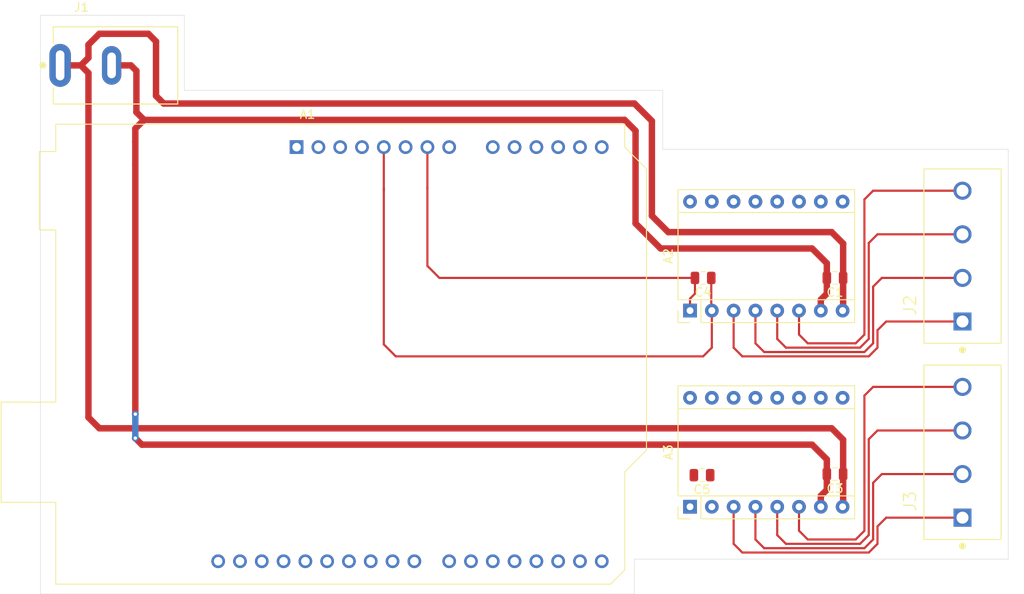
<source format=kicad_pcb>
(kicad_pcb (version 20171130) (host pcbnew "(5.1.10)-1")

  (general
    (thickness 1.6)
    (drawings 11)
    (tracks 127)
    (zones 0)
    (modules 10)
    (nets 53)
  )

  (page A4)
  (layers
    (0 F.Cu signal)
    (31 B.Cu signal)
    (32 B.Adhes user)
    (33 F.Adhes user)
    (34 B.Paste user)
    (35 F.Paste user)
    (36 B.SilkS user)
    (37 F.SilkS user)
    (38 B.Mask user)
    (39 F.Mask user)
    (40 Dwgs.User user)
    (41 Cmts.User user)
    (42 Eco1.User user)
    (43 Eco2.User user)
    (44 Edge.Cuts user)
    (45 Margin user)
    (46 B.CrtYd user)
    (47 F.CrtYd user)
    (48 B.Fab user)
    (49 F.Fab user)
  )

  (setup
    (last_trace_width 0.75)
    (user_trace_width 0.75)
    (trace_clearance 0.2)
    (zone_clearance 0.508)
    (zone_45_only no)
    (trace_min 0.2)
    (via_size 0.8)
    (via_drill 0.4)
    (via_min_size 0.4)
    (via_min_drill 0.3)
    (uvia_size 0.3)
    (uvia_drill 0.1)
    (uvias_allowed no)
    (uvia_min_size 0.2)
    (uvia_min_drill 0.1)
    (edge_width 0.05)
    (segment_width 0.2)
    (pcb_text_width 0.3)
    (pcb_text_size 1.5 1.5)
    (mod_edge_width 0.12)
    (mod_text_size 1 1)
    (mod_text_width 0.15)
    (pad_size 1.524 1.524)
    (pad_drill 0.762)
    (pad_to_mask_clearance 0)
    (aux_axis_origin 0 0)
    (visible_elements FFFFF77F)
    (pcbplotparams
      (layerselection 0x010fc_ffffffff)
      (usegerberextensions false)
      (usegerberattributes true)
      (usegerberadvancedattributes true)
      (creategerberjobfile true)
      (excludeedgelayer true)
      (linewidth 0.100000)
      (plotframeref false)
      (viasonmask false)
      (mode 1)
      (useauxorigin false)
      (hpglpennumber 1)
      (hpglpenspeed 20)
      (hpglpendiameter 15.000000)
      (psnegative false)
      (psa4output false)
      (plotreference true)
      (plotvalue true)
      (plotinvisibletext false)
      (padsonsilk false)
      (subtractmaskfromsilk false)
      (outputformat 1)
      (mirror false)
      (drillshape 1)
      (scaleselection 1)
      (outputdirectory ""))
  )

  (net 0 "")
  (net 1 "Net-(A1-Pad32)")
  (net 2 "Net-(A1-Pad31)")
  (net 3 "Net-(A1-Pad1)")
  (net 4 D2)
  (net 5 "Net-(A1-Pad2)")
  (net 6 D3)
  (net 7 "Net-(A1-Pad3)")
  (net 8 D4)
  (net 9 "Net-(A1-Pad4)")
  (net 10 D5)
  (net 11 Uno_5V)
  (net 12 "Net-(A1-Pad21)")
  (net 13 "Net-(A1-Pad6)")
  (net 14 "Net-(A1-Pad22)")
  (net 15 GND_Uno)
  (net 16 "Net-(A1-Pad23)")
  (net 17 "Net-(A1-Pad8)")
  (net 18 "Net-(A1-Pad24)")
  (net 19 "Net-(A1-Pad9)")
  (net 20 "Net-(A1-Pad25)")
  (net 21 "Net-(A1-Pad10)")
  (net 22 "Net-(A1-Pad26)")
  (net 23 "Net-(A1-Pad11)")
  (net 24 "Net-(A1-Pad27)")
  (net 25 "Net-(A1-Pad12)")
  (net 26 "Net-(A1-Pad28)")
  (net 27 "Net-(A1-Pad13)")
  (net 28 "Net-(A1-Pad29)")
  (net 29 "Net-(A1-Pad14)")
  (net 30 "Net-(A1-Pad30)")
  (net 31 "Net-(A1-Pad15)")
  (net 32 "Net-(A1-Pad16)")
  (net 33 GND_Barrel)
  (net 34 "Net-(A2-Pad13)")
  (net 35 "Net-(A2-Pad6)")
  (net 36 "Net-(A2-Pad5)")
  (net 37 "Net-(A2-Pad12)")
  (net 38 "Net-(A2-Pad4)")
  (net 39 "Net-(A2-Pad11)")
  (net 40 "Net-(A2-Pad3)")
  (net 41 "Net-(A2-Pad10)")
  (net 42 "Net-(A2-Pad9)")
  (net 43 "Net-(A3-Pad9)")
  (net 44 "Net-(A3-Pad10)")
  (net 45 "Net-(A3-Pad3)")
  (net 46 "Net-(A3-Pad11)")
  (net 47 "Net-(A3-Pad4)")
  (net 48 "Net-(A3-Pad12)")
  (net 49 "Net-(A3-Pad5)")
  (net 50 "Net-(A3-Pad13)")
  (net 51 "Net-(A3-Pad6)")
  (net 52 12V)

  (net_class Default "This is the default net class."
    (clearance 0.2)
    (trace_width 0.25)
    (via_dia 0.8)
    (via_drill 0.4)
    (uvia_dia 0.3)
    (uvia_drill 0.1)
    (add_net 12V)
    (add_net D2)
    (add_net D3)
    (add_net D4)
    (add_net D5)
    (add_net GND_Barrel)
    (add_net GND_Uno)
    (add_net "Net-(A1-Pad1)")
    (add_net "Net-(A1-Pad10)")
    (add_net "Net-(A1-Pad11)")
    (add_net "Net-(A1-Pad12)")
    (add_net "Net-(A1-Pad13)")
    (add_net "Net-(A1-Pad14)")
    (add_net "Net-(A1-Pad15)")
    (add_net "Net-(A1-Pad16)")
    (add_net "Net-(A1-Pad2)")
    (add_net "Net-(A1-Pad21)")
    (add_net "Net-(A1-Pad22)")
    (add_net "Net-(A1-Pad23)")
    (add_net "Net-(A1-Pad24)")
    (add_net "Net-(A1-Pad25)")
    (add_net "Net-(A1-Pad26)")
    (add_net "Net-(A1-Pad27)")
    (add_net "Net-(A1-Pad28)")
    (add_net "Net-(A1-Pad29)")
    (add_net "Net-(A1-Pad3)")
    (add_net "Net-(A1-Pad30)")
    (add_net "Net-(A1-Pad31)")
    (add_net "Net-(A1-Pad32)")
    (add_net "Net-(A1-Pad4)")
    (add_net "Net-(A1-Pad6)")
    (add_net "Net-(A1-Pad8)")
    (add_net "Net-(A1-Pad9)")
    (add_net "Net-(A2-Pad10)")
    (add_net "Net-(A2-Pad11)")
    (add_net "Net-(A2-Pad12)")
    (add_net "Net-(A2-Pad13)")
    (add_net "Net-(A2-Pad3)")
    (add_net "Net-(A2-Pad4)")
    (add_net "Net-(A2-Pad5)")
    (add_net "Net-(A2-Pad6)")
    (add_net "Net-(A2-Pad9)")
    (add_net "Net-(A3-Pad10)")
    (add_net "Net-(A3-Pad11)")
    (add_net "Net-(A3-Pad12)")
    (add_net "Net-(A3-Pad13)")
    (add_net "Net-(A3-Pad3)")
    (add_net "Net-(A3-Pad4)")
    (add_net "Net-(A3-Pad5)")
    (add_net "Net-(A3-Pad6)")
    (add_net "Net-(A3-Pad9)")
    (add_net Uno_5V)
  )

  (module Capacitor_SMD:C_0805_2012Metric (layer F.Cu) (tedit 5F68FEEE) (tstamp 61EE4D41)
    (at 188.087 127.127 180)
    (descr "Capacitor SMD 0805 (2012 Metric), square (rectangular) end terminal, IPC_7351 nominal, (Body size source: IPC-SM-782 page 76, https://www.pcb-3d.com/wordpress/wp-content/uploads/ipc-sm-782a_amendment_1_and_2.pdf, https://docs.google.com/spreadsheets/d/1BsfQQcO9C6DZCsRaXUlFlo91Tg2WpOkGARC1WS5S8t0/edit?usp=sharing), generated with kicad-footprint-generator")
    (tags capacitor)
    (path /61F38195)
    (attr smd)
    (fp_text reference C5 (at 0 -1.68) (layer F.SilkS)
      (effects (font (size 1 1) (thickness 0.15)))
    )
    (fp_text value 100uF (at 0 1.68) (layer F.Fab)
      (effects (font (size 1 1) (thickness 0.15)))
    )
    (fp_text user %R (at 0 0) (layer F.Fab)
      (effects (font (size 0.5 0.5) (thickness 0.08)))
    )
    (fp_line (start -1 0.625) (end -1 -0.625) (layer F.Fab) (width 0.1))
    (fp_line (start -1 -0.625) (end 1 -0.625) (layer F.Fab) (width 0.1))
    (fp_line (start 1 -0.625) (end 1 0.625) (layer F.Fab) (width 0.1))
    (fp_line (start 1 0.625) (end -1 0.625) (layer F.Fab) (width 0.1))
    (fp_line (start -0.261252 -0.735) (end 0.261252 -0.735) (layer F.SilkS) (width 0.12))
    (fp_line (start -0.261252 0.735) (end 0.261252 0.735) (layer F.SilkS) (width 0.12))
    (fp_line (start -1.7 0.98) (end -1.7 -0.98) (layer F.CrtYd) (width 0.05))
    (fp_line (start -1.7 -0.98) (end 1.7 -0.98) (layer F.CrtYd) (width 0.05))
    (fp_line (start 1.7 -0.98) (end 1.7 0.98) (layer F.CrtYd) (width 0.05))
    (fp_line (start 1.7 0.98) (end -1.7 0.98) (layer F.CrtYd) (width 0.05))
    (pad 2 smd roundrect (at 0.95 0 180) (size 1 1.45) (layers F.Cu F.Paste F.Mask) (roundrect_rratio 0.25)
      (net 15 GND_Uno))
    (pad 1 smd roundrect (at -0.95 0 180) (size 1 1.45) (layers F.Cu F.Paste F.Mask) (roundrect_rratio 0.25)
      (net 11 Uno_5V))
    (model ${KISYS3DMOD}/Capacitor_SMD.3dshapes/C_0805_2012Metric.wrl
      (at (xyz 0 0 0))
      (scale (xyz 1 1 1))
      (rotate (xyz 0 0 0))
    )
  )

  (module Capacitor_SMD:C_0805_2012Metric (layer F.Cu) (tedit 5F68FEEE) (tstamp 61EE4D30)
    (at 188.214 104.14 180)
    (descr "Capacitor SMD 0805 (2012 Metric), square (rectangular) end terminal, IPC_7351 nominal, (Body size source: IPC-SM-782 page 76, https://www.pcb-3d.com/wordpress/wp-content/uploads/ipc-sm-782a_amendment_1_and_2.pdf, https://docs.google.com/spreadsheets/d/1BsfQQcO9C6DZCsRaXUlFlo91Tg2WpOkGARC1WS5S8t0/edit?usp=sharing), generated with kicad-footprint-generator")
    (tags capacitor)
    (path /61F3818E)
    (attr smd)
    (fp_text reference C4 (at 0 -1.68) (layer F.SilkS)
      (effects (font (size 1 1) (thickness 0.15)))
    )
    (fp_text value 100uF (at 0 1.68) (layer F.Fab)
      (effects (font (size 1 1) (thickness 0.15)))
    )
    (fp_text user %R (at 0 0) (layer F.Fab)
      (effects (font (size 0.5 0.5) (thickness 0.08)))
    )
    (fp_line (start -1 0.625) (end -1 -0.625) (layer F.Fab) (width 0.1))
    (fp_line (start -1 -0.625) (end 1 -0.625) (layer F.Fab) (width 0.1))
    (fp_line (start 1 -0.625) (end 1 0.625) (layer F.Fab) (width 0.1))
    (fp_line (start 1 0.625) (end -1 0.625) (layer F.Fab) (width 0.1))
    (fp_line (start -0.261252 -0.735) (end 0.261252 -0.735) (layer F.SilkS) (width 0.12))
    (fp_line (start -0.261252 0.735) (end 0.261252 0.735) (layer F.SilkS) (width 0.12))
    (fp_line (start -1.7 0.98) (end -1.7 -0.98) (layer F.CrtYd) (width 0.05))
    (fp_line (start -1.7 -0.98) (end 1.7 -0.98) (layer F.CrtYd) (width 0.05))
    (fp_line (start 1.7 -0.98) (end 1.7 0.98) (layer F.CrtYd) (width 0.05))
    (fp_line (start 1.7 0.98) (end -1.7 0.98) (layer F.CrtYd) (width 0.05))
    (pad 2 smd roundrect (at 0.95 0 180) (size 1 1.45) (layers F.Cu F.Paste F.Mask) (roundrect_rratio 0.25)
      (net 15 GND_Uno))
    (pad 1 smd roundrect (at -0.95 0 180) (size 1 1.45) (layers F.Cu F.Paste F.Mask) (roundrect_rratio 0.25)
      (net 11 Uno_5V))
    (model ${KISYS3DMOD}/Capacitor_SMD.3dshapes/C_0805_2012Metric.wrl
      (at (xyz 0 0 0))
      (scale (xyz 1 1 1))
      (rotate (xyz 0 0 0))
    )
  )

  (module Capacitor_SMD:C_0805_2012Metric (layer F.Cu) (tedit 5F68FEEE) (tstamp 61EE4EAF)
    (at 203.581 127 180)
    (descr "Capacitor SMD 0805 (2012 Metric), square (rectangular) end terminal, IPC_7351 nominal, (Body size source: IPC-SM-782 page 76, https://www.pcb-3d.com/wordpress/wp-content/uploads/ipc-sm-782a_amendment_1_and_2.pdf, https://docs.google.com/spreadsheets/d/1BsfQQcO9C6DZCsRaXUlFlo91Tg2WpOkGARC1WS5S8t0/edit?usp=sharing), generated with kicad-footprint-generator")
    (tags capacitor)
    (path /61F2EB46)
    (attr smd)
    (fp_text reference C3 (at 0 -1.68) (layer F.SilkS)
      (effects (font (size 1 1) (thickness 0.15)))
    )
    (fp_text value 100uF (at 0 1.68) (layer F.Fab)
      (effects (font (size 1 1) (thickness 0.15)))
    )
    (fp_text user %R (at 0 0) (layer F.Fab)
      (effects (font (size 0.5 0.5) (thickness 0.08)))
    )
    (fp_line (start -1 0.625) (end -1 -0.625) (layer F.Fab) (width 0.1))
    (fp_line (start -1 -0.625) (end 1 -0.625) (layer F.Fab) (width 0.1))
    (fp_line (start 1 -0.625) (end 1 0.625) (layer F.Fab) (width 0.1))
    (fp_line (start 1 0.625) (end -1 0.625) (layer F.Fab) (width 0.1))
    (fp_line (start -0.261252 -0.735) (end 0.261252 -0.735) (layer F.SilkS) (width 0.12))
    (fp_line (start -0.261252 0.735) (end 0.261252 0.735) (layer F.SilkS) (width 0.12))
    (fp_line (start -1.7 0.98) (end -1.7 -0.98) (layer F.CrtYd) (width 0.05))
    (fp_line (start -1.7 -0.98) (end 1.7 -0.98) (layer F.CrtYd) (width 0.05))
    (fp_line (start 1.7 -0.98) (end 1.7 0.98) (layer F.CrtYd) (width 0.05))
    (fp_line (start 1.7 0.98) (end -1.7 0.98) (layer F.CrtYd) (width 0.05))
    (pad 2 smd roundrect (at 0.95 0 180) (size 1 1.45) (layers F.Cu F.Paste F.Mask) (roundrect_rratio 0.25)
      (net 33 GND_Barrel))
    (pad 1 smd roundrect (at -0.95 0 180) (size 1 1.45) (layers F.Cu F.Paste F.Mask) (roundrect_rratio 0.25)
      (net 52 12V))
    (model ${KISYS3DMOD}/Capacitor_SMD.3dshapes/C_0805_2012Metric.wrl
      (at (xyz 0 0 0))
      (scale (xyz 1 1 1))
      (rotate (xyz 0 0 0))
    )
  )

  (module Module:Arduino_UNO_R3 (layer F.Cu) (tedit 58AB60FC) (tstamp 61EE1E8D)
    (at 140.843 88.9)
    (descr "Arduino UNO R3, http://www.mouser.com/pdfdocs/Gravitech_Arduino_Nano3_0.pdf")
    (tags "Arduino UNO R3")
    (path /61ECBE52)
    (fp_text reference A1 (at 1.27 -3.81 180) (layer F.SilkS)
      (effects (font (size 1 1) (thickness 0.15)))
    )
    (fp_text value Arduino_UNO_R3 (at 0 22.86) (layer F.Fab)
      (effects (font (size 1 1) (thickness 0.15)))
    )
    (fp_line (start -27.94 -2.54) (end 38.1 -2.54) (layer F.Fab) (width 0.1))
    (fp_line (start -27.94 50.8) (end -27.94 -2.54) (layer F.Fab) (width 0.1))
    (fp_line (start 36.58 50.8) (end -27.94 50.8) (layer F.Fab) (width 0.1))
    (fp_line (start 38.1 49.28) (end 36.58 50.8) (layer F.Fab) (width 0.1))
    (fp_line (start 38.1 0) (end 40.64 2.54) (layer F.Fab) (width 0.1))
    (fp_line (start 38.1 -2.54) (end 38.1 0) (layer F.Fab) (width 0.1))
    (fp_line (start 40.64 35.31) (end 38.1 37.85) (layer F.Fab) (width 0.1))
    (fp_line (start 40.64 2.54) (end 40.64 35.31) (layer F.Fab) (width 0.1))
    (fp_line (start 38.1 37.85) (end 38.1 49.28) (layer F.Fab) (width 0.1))
    (fp_line (start -29.84 9.53) (end -29.84 0.64) (layer F.Fab) (width 0.1))
    (fp_line (start -16.51 9.53) (end -29.84 9.53) (layer F.Fab) (width 0.1))
    (fp_line (start -16.51 0.64) (end -16.51 9.53) (layer F.Fab) (width 0.1))
    (fp_line (start -29.84 0.64) (end -16.51 0.64) (layer F.Fab) (width 0.1))
    (fp_line (start -34.29 41.27) (end -34.29 29.84) (layer F.Fab) (width 0.1))
    (fp_line (start -18.41 41.27) (end -34.29 41.27) (layer F.Fab) (width 0.1))
    (fp_line (start -18.41 29.84) (end -18.41 41.27) (layer F.Fab) (width 0.1))
    (fp_line (start -34.29 29.84) (end -18.41 29.84) (layer F.Fab) (width 0.1))
    (fp_line (start 38.23 37.85) (end 40.77 35.31) (layer F.SilkS) (width 0.12))
    (fp_line (start 38.23 49.28) (end 38.23 37.85) (layer F.SilkS) (width 0.12))
    (fp_line (start 36.58 50.93) (end 38.23 49.28) (layer F.SilkS) (width 0.12))
    (fp_line (start -28.07 50.93) (end 36.58 50.93) (layer F.SilkS) (width 0.12))
    (fp_line (start -28.07 41.4) (end -28.07 50.93) (layer F.SilkS) (width 0.12))
    (fp_line (start -34.42 41.4) (end -28.07 41.4) (layer F.SilkS) (width 0.12))
    (fp_line (start -34.42 29.72) (end -34.42 41.4) (layer F.SilkS) (width 0.12))
    (fp_line (start -28.07 29.72) (end -34.42 29.72) (layer F.SilkS) (width 0.12))
    (fp_line (start -28.07 9.65) (end -28.07 29.72) (layer F.SilkS) (width 0.12))
    (fp_line (start -29.97 9.65) (end -28.07 9.65) (layer F.SilkS) (width 0.12))
    (fp_line (start -29.97 0.51) (end -29.97 9.65) (layer F.SilkS) (width 0.12))
    (fp_line (start -28.07 0.51) (end -29.97 0.51) (layer F.SilkS) (width 0.12))
    (fp_line (start -28.07 -2.67) (end -28.07 0.51) (layer F.SilkS) (width 0.12))
    (fp_line (start 38.23 -2.67) (end -28.07 -2.67) (layer F.SilkS) (width 0.12))
    (fp_line (start 38.23 0) (end 38.23 -2.67) (layer F.SilkS) (width 0.12))
    (fp_line (start 40.77 2.54) (end 38.23 0) (layer F.SilkS) (width 0.12))
    (fp_line (start 40.77 35.31) (end 40.77 2.54) (layer F.SilkS) (width 0.12))
    (fp_line (start -28.19 -2.79) (end 38.35 -2.79) (layer F.CrtYd) (width 0.05))
    (fp_line (start -28.19 0.38) (end -28.19 -2.79) (layer F.CrtYd) (width 0.05))
    (fp_line (start -30.1 0.38) (end -28.19 0.38) (layer F.CrtYd) (width 0.05))
    (fp_line (start -30.1 9.78) (end -30.1 0.38) (layer F.CrtYd) (width 0.05))
    (fp_line (start -28.19 9.78) (end -30.1 9.78) (layer F.CrtYd) (width 0.05))
    (fp_line (start -28.19 29.59) (end -28.19 9.78) (layer F.CrtYd) (width 0.05))
    (fp_line (start -34.54 29.59) (end -28.19 29.59) (layer F.CrtYd) (width 0.05))
    (fp_line (start -34.54 41.53) (end -34.54 29.59) (layer F.CrtYd) (width 0.05))
    (fp_line (start -28.19 41.53) (end -34.54 41.53) (layer F.CrtYd) (width 0.05))
    (fp_line (start -28.19 51.05) (end -28.19 41.53) (layer F.CrtYd) (width 0.05))
    (fp_line (start 36.58 51.05) (end -28.19 51.05) (layer F.CrtYd) (width 0.05))
    (fp_line (start 38.35 49.28) (end 36.58 51.05) (layer F.CrtYd) (width 0.05))
    (fp_line (start 38.35 37.85) (end 38.35 49.28) (layer F.CrtYd) (width 0.05))
    (fp_line (start 40.89 35.31) (end 38.35 37.85) (layer F.CrtYd) (width 0.05))
    (fp_line (start 40.89 2.54) (end 40.89 35.31) (layer F.CrtYd) (width 0.05))
    (fp_line (start 38.35 0) (end 40.89 2.54) (layer F.CrtYd) (width 0.05))
    (fp_line (start 38.35 -2.79) (end 38.35 0) (layer F.CrtYd) (width 0.05))
    (fp_text user %R (at 0 20.32 180) (layer F.Fab)
      (effects (font (size 1 1) (thickness 0.15)))
    )
    (pad 32 thru_hole oval (at -9.14 48.26 90) (size 1.6 1.6) (drill 1) (layers *.Cu *.Mask)
      (net 1 "Net-(A1-Pad32)"))
    (pad 31 thru_hole oval (at -6.6 48.26 90) (size 1.6 1.6) (drill 1) (layers *.Cu *.Mask)
      (net 2 "Net-(A1-Pad31)"))
    (pad 1 thru_hole rect (at 0 0 90) (size 1.6 1.6) (drill 1) (layers *.Cu *.Mask)
      (net 3 "Net-(A1-Pad1)"))
    (pad 17 thru_hole oval (at 30.48 48.26 90) (size 1.6 1.6) (drill 1) (layers *.Cu *.Mask)
      (net 4 D2))
    (pad 2 thru_hole oval (at 2.54 0 90) (size 1.6 1.6) (drill 1) (layers *.Cu *.Mask)
      (net 5 "Net-(A1-Pad2)"))
    (pad 18 thru_hole oval (at 27.94 48.26 90) (size 1.6 1.6) (drill 1) (layers *.Cu *.Mask)
      (net 6 D3))
    (pad 3 thru_hole oval (at 5.08 0 90) (size 1.6 1.6) (drill 1) (layers *.Cu *.Mask)
      (net 7 "Net-(A1-Pad3)"))
    (pad 19 thru_hole oval (at 25.4 48.26 90) (size 1.6 1.6) (drill 1) (layers *.Cu *.Mask)
      (net 8 D4))
    (pad 4 thru_hole oval (at 7.62 0 90) (size 1.6 1.6) (drill 1) (layers *.Cu *.Mask)
      (net 9 "Net-(A1-Pad4)"))
    (pad 20 thru_hole oval (at 22.86 48.26 90) (size 1.6 1.6) (drill 1) (layers *.Cu *.Mask)
      (net 10 D5))
    (pad 5 thru_hole oval (at 10.16 0 90) (size 1.6 1.6) (drill 1) (layers *.Cu *.Mask)
      (net 11 Uno_5V))
    (pad 21 thru_hole oval (at 20.32 48.26 90) (size 1.6 1.6) (drill 1) (layers *.Cu *.Mask)
      (net 12 "Net-(A1-Pad21)"))
    (pad 6 thru_hole oval (at 12.7 0 90) (size 1.6 1.6) (drill 1) (layers *.Cu *.Mask)
      (net 13 "Net-(A1-Pad6)"))
    (pad 22 thru_hole oval (at 17.78 48.26 90) (size 1.6 1.6) (drill 1) (layers *.Cu *.Mask)
      (net 14 "Net-(A1-Pad22)"))
    (pad 7 thru_hole oval (at 15.24 0 90) (size 1.6 1.6) (drill 1) (layers *.Cu *.Mask)
      (net 15 GND_Uno))
    (pad 23 thru_hole oval (at 13.72 48.26 90) (size 1.6 1.6) (drill 1) (layers *.Cu *.Mask)
      (net 16 "Net-(A1-Pad23)"))
    (pad 8 thru_hole oval (at 17.78 0 90) (size 1.6 1.6) (drill 1) (layers *.Cu *.Mask)
      (net 17 "Net-(A1-Pad8)"))
    (pad 24 thru_hole oval (at 11.18 48.26 90) (size 1.6 1.6) (drill 1) (layers *.Cu *.Mask)
      (net 18 "Net-(A1-Pad24)"))
    (pad 9 thru_hole oval (at 22.86 0 90) (size 1.6 1.6) (drill 1) (layers *.Cu *.Mask)
      (net 19 "Net-(A1-Pad9)"))
    (pad 25 thru_hole oval (at 8.64 48.26 90) (size 1.6 1.6) (drill 1) (layers *.Cu *.Mask)
      (net 20 "Net-(A1-Pad25)"))
    (pad 10 thru_hole oval (at 25.4 0 90) (size 1.6 1.6) (drill 1) (layers *.Cu *.Mask)
      (net 21 "Net-(A1-Pad10)"))
    (pad 26 thru_hole oval (at 6.1 48.26 90) (size 1.6 1.6) (drill 1) (layers *.Cu *.Mask)
      (net 22 "Net-(A1-Pad26)"))
    (pad 11 thru_hole oval (at 27.94 0 90) (size 1.6 1.6) (drill 1) (layers *.Cu *.Mask)
      (net 23 "Net-(A1-Pad11)"))
    (pad 27 thru_hole oval (at 3.56 48.26 90) (size 1.6 1.6) (drill 1) (layers *.Cu *.Mask)
      (net 24 "Net-(A1-Pad27)"))
    (pad 12 thru_hole oval (at 30.48 0 90) (size 1.6 1.6) (drill 1) (layers *.Cu *.Mask)
      (net 25 "Net-(A1-Pad12)"))
    (pad 28 thru_hole oval (at 1.02 48.26 90) (size 1.6 1.6) (drill 1) (layers *.Cu *.Mask)
      (net 26 "Net-(A1-Pad28)"))
    (pad 13 thru_hole oval (at 33.02 0 90) (size 1.6 1.6) (drill 1) (layers *.Cu *.Mask)
      (net 27 "Net-(A1-Pad13)"))
    (pad 29 thru_hole oval (at -1.52 48.26 90) (size 1.6 1.6) (drill 1) (layers *.Cu *.Mask)
      (net 28 "Net-(A1-Pad29)"))
    (pad 14 thru_hole oval (at 35.56 0 90) (size 1.6 1.6) (drill 1) (layers *.Cu *.Mask)
      (net 29 "Net-(A1-Pad14)"))
    (pad 30 thru_hole oval (at -4.06 48.26 90) (size 1.6 1.6) (drill 1) (layers *.Cu *.Mask)
      (net 30 "Net-(A1-Pad30)"))
    (pad 15 thru_hole oval (at 35.56 48.26 90) (size 1.6 1.6) (drill 1) (layers *.Cu *.Mask)
      (net 31 "Net-(A1-Pad15)"))
    (pad 16 thru_hole oval (at 33.02 48.26 90) (size 1.6 1.6) (drill 1) (layers *.Cu *.Mask)
      (net 32 "Net-(A1-Pad16)"))
    (model ${KISYS3DMOD}/Module.3dshapes/Arduino_UNO_R3.wrl
      (at (xyz 0 0 0))
      (scale (xyz 1 1 1))
      (rotate (xyz 0 0 0))
    )
  )

  (module Module:Pololu_Breakout-16_15.2x20.3mm (layer F.Cu) (tedit 58AB602C) (tstamp 61EE27B9)
    (at 186.69 107.95 90)
    (descr "Pololu Breakout 16-pin 15.2x20.3mm 0.6x0.8\\")
    (tags "Pololu Breakout")
    (path /61ECDC3A)
    (fp_text reference A2 (at 6.35 -2.54 90) (layer F.SilkS)
      (effects (font (size 1 1) (thickness 0.15)))
    )
    (fp_text value Pololu_Breakout_A4988 (at 6.35 20.17 90) (layer F.Fab)
      (effects (font (size 1 1) (thickness 0.15)))
    )
    (fp_text user %R (at 6.35 0 90) (layer F.Fab)
      (effects (font (size 1 1) (thickness 0.15)))
    )
    (fp_line (start 11.43 -1.4) (end 11.43 19.18) (layer F.SilkS) (width 0.12))
    (fp_line (start 1.27 1.27) (end 1.27 19.18) (layer F.SilkS) (width 0.12))
    (fp_line (start 0 -1.4) (end -1.4 -1.4) (layer F.SilkS) (width 0.12))
    (fp_line (start -1.4 -1.4) (end -1.4 0) (layer F.SilkS) (width 0.12))
    (fp_line (start 1.27 -1.4) (end 1.27 1.27) (layer F.SilkS) (width 0.12))
    (fp_line (start 1.27 1.27) (end -1.4 1.27) (layer F.SilkS) (width 0.12))
    (fp_line (start -1.4 1.27) (end -1.4 19.18) (layer F.SilkS) (width 0.12))
    (fp_line (start -1.4 19.18) (end 14.1 19.18) (layer F.SilkS) (width 0.12))
    (fp_line (start 14.1 19.18) (end 14.1 -1.4) (layer F.SilkS) (width 0.12))
    (fp_line (start 14.1 -1.4) (end 1.27 -1.4) (layer F.SilkS) (width 0.12))
    (fp_line (start -1.27 0) (end 0 -1.27) (layer F.Fab) (width 0.1))
    (fp_line (start 0 -1.27) (end 13.97 -1.27) (layer F.Fab) (width 0.1))
    (fp_line (start 13.97 -1.27) (end 13.97 19.05) (layer F.Fab) (width 0.1))
    (fp_line (start 13.97 19.05) (end -1.27 19.05) (layer F.Fab) (width 0.1))
    (fp_line (start -1.27 19.05) (end -1.27 0) (layer F.Fab) (width 0.1))
    (fp_line (start -1.53 -1.52) (end 14.21 -1.52) (layer F.CrtYd) (width 0.05))
    (fp_line (start -1.53 -1.52) (end -1.53 19.3) (layer F.CrtYd) (width 0.05))
    (fp_line (start 14.21 19.3) (end 14.21 -1.52) (layer F.CrtYd) (width 0.05))
    (fp_line (start 14.21 19.3) (end -1.53 19.3) (layer F.CrtYd) (width 0.05))
    (pad 16 thru_hole oval (at 12.7 0 90) (size 1.6 1.6) (drill 0.8) (layers *.Cu *.Mask)
      (net 4 D2))
    (pad 8 thru_hole oval (at 0 17.78 90) (size 1.6 1.6) (drill 0.8) (layers *.Cu *.Mask)
      (net 52 12V))
    (pad 15 thru_hole oval (at 12.7 2.54 90) (size 1.6 1.6) (drill 0.8) (layers *.Cu *.Mask)
      (net 6 D3))
    (pad 7 thru_hole oval (at 0 15.24 90) (size 1.6 1.6) (drill 0.8) (layers *.Cu *.Mask)
      (net 33 GND_Barrel))
    (pad 14 thru_hole oval (at 12.7 5.08 90) (size 1.6 1.6) (drill 0.8) (layers *.Cu *.Mask)
      (net 34 "Net-(A2-Pad13)"))
    (pad 6 thru_hole oval (at 0 12.7 90) (size 1.6 1.6) (drill 0.8) (layers *.Cu *.Mask)
      (net 35 "Net-(A2-Pad6)"))
    (pad 13 thru_hole oval (at 12.7 7.62 90) (size 1.6 1.6) (drill 0.8) (layers *.Cu *.Mask)
      (net 34 "Net-(A2-Pad13)"))
    (pad 5 thru_hole oval (at 0 10.16 90) (size 1.6 1.6) (drill 0.8) (layers *.Cu *.Mask)
      (net 36 "Net-(A2-Pad5)"))
    (pad 12 thru_hole oval (at 12.7 10.16 90) (size 1.6 1.6) (drill 0.8) (layers *.Cu *.Mask)
      (net 37 "Net-(A2-Pad12)"))
    (pad 4 thru_hole oval (at 0 7.62 90) (size 1.6 1.6) (drill 0.8) (layers *.Cu *.Mask)
      (net 38 "Net-(A2-Pad4)"))
    (pad 11 thru_hole oval (at 12.7 12.7 90) (size 1.6 1.6) (drill 0.8) (layers *.Cu *.Mask)
      (net 39 "Net-(A2-Pad11)"))
    (pad 3 thru_hole oval (at 0 5.08 90) (size 1.6 1.6) (drill 0.8) (layers *.Cu *.Mask)
      (net 40 "Net-(A2-Pad3)"))
    (pad 10 thru_hole oval (at 12.7 15.24 90) (size 1.6 1.6) (drill 0.8) (layers *.Cu *.Mask)
      (net 41 "Net-(A2-Pad10)"))
    (pad 2 thru_hole oval (at 0 2.54 90) (size 1.6 1.6) (drill 0.8) (layers *.Cu *.Mask)
      (net 11 Uno_5V))
    (pad 9 thru_hole oval (at 12.7 17.78 90) (size 1.6 1.6) (drill 0.8) (layers *.Cu *.Mask)
      (net 42 "Net-(A2-Pad9)"))
    (pad 1 thru_hole rect (at 0 0 90) (size 1.6 1.6) (drill 0.8) (layers *.Cu *.Mask)
      (net 15 GND_Uno))
    (model ${KISYS3DMOD}/Module.3dshapes/Pololu_Breakout-16_15.2x20.3mm.wrl
      (at (xyz 0 0 0))
      (scale (xyz 1 1 1))
      (rotate (xyz 0 0 0))
    )
  )

  (module Module:Pololu_Breakout-16_15.2x20.3mm (layer F.Cu) (tedit 58AB602C) (tstamp 61EE1EDD)
    (at 186.69 130.81 90)
    (descr "Pololu Breakout 16-pin 15.2x20.3mm 0.6x0.8\\")
    (tags "Pololu Breakout")
    (path /61ECC8B3)
    (fp_text reference A3 (at 6.35 -2.54 90) (layer F.SilkS)
      (effects (font (size 1 1) (thickness 0.15)))
    )
    (fp_text value Pololu_Breakout_A4988 (at 6.35 20.17 90) (layer F.Fab)
      (effects (font (size 1 1) (thickness 0.15)))
    )
    (fp_line (start 14.21 19.3) (end -1.53 19.3) (layer F.CrtYd) (width 0.05))
    (fp_line (start 14.21 19.3) (end 14.21 -1.52) (layer F.CrtYd) (width 0.05))
    (fp_line (start -1.53 -1.52) (end -1.53 19.3) (layer F.CrtYd) (width 0.05))
    (fp_line (start -1.53 -1.52) (end 14.21 -1.52) (layer F.CrtYd) (width 0.05))
    (fp_line (start -1.27 19.05) (end -1.27 0) (layer F.Fab) (width 0.1))
    (fp_line (start 13.97 19.05) (end -1.27 19.05) (layer F.Fab) (width 0.1))
    (fp_line (start 13.97 -1.27) (end 13.97 19.05) (layer F.Fab) (width 0.1))
    (fp_line (start 0 -1.27) (end 13.97 -1.27) (layer F.Fab) (width 0.1))
    (fp_line (start -1.27 0) (end 0 -1.27) (layer F.Fab) (width 0.1))
    (fp_line (start 14.1 -1.4) (end 1.27 -1.4) (layer F.SilkS) (width 0.12))
    (fp_line (start 14.1 19.18) (end 14.1 -1.4) (layer F.SilkS) (width 0.12))
    (fp_line (start -1.4 19.18) (end 14.1 19.18) (layer F.SilkS) (width 0.12))
    (fp_line (start -1.4 1.27) (end -1.4 19.18) (layer F.SilkS) (width 0.12))
    (fp_line (start 1.27 1.27) (end -1.4 1.27) (layer F.SilkS) (width 0.12))
    (fp_line (start 1.27 -1.4) (end 1.27 1.27) (layer F.SilkS) (width 0.12))
    (fp_line (start -1.4 -1.4) (end -1.4 0) (layer F.SilkS) (width 0.12))
    (fp_line (start 0 -1.4) (end -1.4 -1.4) (layer F.SilkS) (width 0.12))
    (fp_line (start 1.27 1.27) (end 1.27 19.18) (layer F.SilkS) (width 0.12))
    (fp_line (start 11.43 -1.4) (end 11.43 19.18) (layer F.SilkS) (width 0.12))
    (fp_text user %R (at 6.35 0 90) (layer F.Fab)
      (effects (font (size 1 1) (thickness 0.15)))
    )
    (pad 1 thru_hole rect (at 0 0 90) (size 1.6 1.6) (drill 0.8) (layers *.Cu *.Mask)
      (net 15 GND_Uno))
    (pad 9 thru_hole oval (at 12.7 17.78 90) (size 1.6 1.6) (drill 0.8) (layers *.Cu *.Mask)
      (net 43 "Net-(A3-Pad9)"))
    (pad 2 thru_hole oval (at 0 2.54 90) (size 1.6 1.6) (drill 0.8) (layers *.Cu *.Mask)
      (net 11 Uno_5V))
    (pad 10 thru_hole oval (at 12.7 15.24 90) (size 1.6 1.6) (drill 0.8) (layers *.Cu *.Mask)
      (net 44 "Net-(A3-Pad10)"))
    (pad 3 thru_hole oval (at 0 5.08 90) (size 1.6 1.6) (drill 0.8) (layers *.Cu *.Mask)
      (net 45 "Net-(A3-Pad3)"))
    (pad 11 thru_hole oval (at 12.7 12.7 90) (size 1.6 1.6) (drill 0.8) (layers *.Cu *.Mask)
      (net 46 "Net-(A3-Pad11)"))
    (pad 4 thru_hole oval (at 0 7.62 90) (size 1.6 1.6) (drill 0.8) (layers *.Cu *.Mask)
      (net 47 "Net-(A3-Pad4)"))
    (pad 12 thru_hole oval (at 12.7 10.16 90) (size 1.6 1.6) (drill 0.8) (layers *.Cu *.Mask)
      (net 48 "Net-(A3-Pad12)"))
    (pad 5 thru_hole oval (at 0 10.16 90) (size 1.6 1.6) (drill 0.8) (layers *.Cu *.Mask)
      (net 49 "Net-(A3-Pad5)"))
    (pad 13 thru_hole oval (at 12.7 7.62 90) (size 1.6 1.6) (drill 0.8) (layers *.Cu *.Mask)
      (net 50 "Net-(A3-Pad13)"))
    (pad 6 thru_hole oval (at 0 12.7 90) (size 1.6 1.6) (drill 0.8) (layers *.Cu *.Mask)
      (net 51 "Net-(A3-Pad6)"))
    (pad 14 thru_hole oval (at 12.7 5.08 90) (size 1.6 1.6) (drill 0.8) (layers *.Cu *.Mask)
      (net 50 "Net-(A3-Pad13)"))
    (pad 7 thru_hole oval (at 0 15.24 90) (size 1.6 1.6) (drill 0.8) (layers *.Cu *.Mask)
      (net 33 GND_Barrel))
    (pad 15 thru_hole oval (at 12.7 2.54 90) (size 1.6 1.6) (drill 0.8) (layers *.Cu *.Mask)
      (net 10 D5))
    (pad 8 thru_hole oval (at 0 17.78 90) (size 1.6 1.6) (drill 0.8) (layers *.Cu *.Mask)
      (net 52 12V))
    (pad 16 thru_hole oval (at 12.7 0 90) (size 1.6 1.6) (drill 0.8) (layers *.Cu *.Mask)
      (net 8 D4))
    (model ${KISYS3DMOD}/Module.3dshapes/Pololu_Breakout-16_15.2x20.3mm.wrl
      (at (xyz 0 0 0))
      (scale (xyz 1 1 1))
      (rotate (xyz 0 0 0))
    )
  )

  (module Capacitor_SMD:C_0805_2012Metric (layer F.Cu) (tedit 5F68FEEE) (tstamp 61EE1EEE)
    (at 203.581 104.14 180)
    (descr "Capacitor SMD 0805 (2012 Metric), square (rectangular) end terminal, IPC_7351 nominal, (Body size source: IPC-SM-782 page 76, https://www.pcb-3d.com/wordpress/wp-content/uploads/ipc-sm-782a_amendment_1_and_2.pdf, https://docs.google.com/spreadsheets/d/1BsfQQcO9C6DZCsRaXUlFlo91Tg2WpOkGARC1WS5S8t0/edit?usp=sharing), generated with kicad-footprint-generator")
    (tags capacitor)
    (path /61ECECEC)
    (attr smd)
    (fp_text reference C1 (at 0 -1.68) (layer F.SilkS)
      (effects (font (size 1 1) (thickness 0.15)))
    )
    (fp_text value 100uF (at 0 1.68) (layer F.Fab)
      (effects (font (size 1 1) (thickness 0.15)))
    )
    (fp_text user %R (at 0 0) (layer F.Fab)
      (effects (font (size 0.5 0.5) (thickness 0.08)))
    )
    (fp_line (start -1 0.625) (end -1 -0.625) (layer F.Fab) (width 0.1))
    (fp_line (start -1 -0.625) (end 1 -0.625) (layer F.Fab) (width 0.1))
    (fp_line (start 1 -0.625) (end 1 0.625) (layer F.Fab) (width 0.1))
    (fp_line (start 1 0.625) (end -1 0.625) (layer F.Fab) (width 0.1))
    (fp_line (start -0.261252 -0.735) (end 0.261252 -0.735) (layer F.SilkS) (width 0.12))
    (fp_line (start -0.261252 0.735) (end 0.261252 0.735) (layer F.SilkS) (width 0.12))
    (fp_line (start -1.7 0.98) (end -1.7 -0.98) (layer F.CrtYd) (width 0.05))
    (fp_line (start -1.7 -0.98) (end 1.7 -0.98) (layer F.CrtYd) (width 0.05))
    (fp_line (start 1.7 -0.98) (end 1.7 0.98) (layer F.CrtYd) (width 0.05))
    (fp_line (start 1.7 0.98) (end -1.7 0.98) (layer F.CrtYd) (width 0.05))
    (pad 2 smd roundrect (at 0.95 0 180) (size 1 1.45) (layers F.Cu F.Paste F.Mask) (roundrect_rratio 0.25)
      (net 33 GND_Barrel))
    (pad 1 smd roundrect (at -0.95 0 180) (size 1 1.45) (layers F.Cu F.Paste F.Mask) (roundrect_rratio 0.25)
      (net 52 12V))
    (model ${KISYS3DMOD}/Capacitor_SMD.3dshapes/C_0805_2012Metric.wrl
      (at (xyz 0 0 0))
      (scale (xyz 1 1 1))
      (rotate (xyz 0 0 0))
    )
  )

  (module PJ-037A_Connector:CUI_PJ-037A (layer F.Cu) (tedit 61ECBD4B) (tstamp 61EE488A)
    (at 113.284 79.375)
    (path /61ED222D)
    (fp_text reference J1 (at 2.487267 -6.7712) (layer F.SilkS)
      (effects (font (size 1.000913 1.000913) (thickness 0.15)))
    )
    (fp_text value PJ-037A (at 6.302586 5.781935) (layer F.Fab)
      (effects (font (size 1.001205 1.001205) (thickness 0.15)))
    )
    (fp_line (start 13.7 -4.5) (end 13.7 4.5) (layer F.Fab) (width 0.127))
    (fp_line (start -1.55 2.35) (end -1.1 2.35) (layer F.CrtYd) (width 0.05))
    (fp_line (start -1.55 -2.25) (end -1.55 2.35) (layer F.CrtYd) (width 0.05))
    (fp_line (start -1.1 -2.25) (end -1.55 -2.25) (layer F.CrtYd) (width 0.05))
    (fp_line (start -1.1 -2.25) (end -1.1 -4.75) (layer F.CrtYd) (width 0.05))
    (fp_circle (center -2 0) (end -1.8 0) (layer F.SilkS) (width 0.4))
    (fp_line (start -1.1 4.75) (end -1.1 2.35) (layer F.CrtYd) (width 0.05))
    (fp_line (start 13.95 4.75) (end -1.1 4.75) (layer F.CrtYd) (width 0.05))
    (fp_line (start 13.95 -4.75) (end 13.95 4.75) (layer F.CrtYd) (width 0.05))
    (fp_line (start -1.1 -4.75) (end 13.95 -4.75) (layer F.CrtYd) (width 0.05))
    (fp_line (start -0.8 -2.55) (end -0.8 -4.5) (layer F.SilkS) (width 0.127))
    (fp_line (start -0.8 -4.5) (end 13.7 -4.5) (layer F.SilkS) (width 0.127))
    (fp_line (start -0.8 4.5) (end -0.8 2.65) (layer F.SilkS) (width 0.127))
    (fp_line (start 13.7 4.5) (end -0.8 4.5) (layer F.SilkS) (width 0.127))
    (fp_line (start 13.7 -4.5) (end 13.7 4.5) (layer F.SilkS) (width 0.127))
    (fp_line (start -0.8 4.5) (end -0.8 -4.5) (layer F.Fab) (width 0.127))
    (fp_line (start 13.7 4.5) (end -0.8 4.5) (layer F.Fab) (width 0.127))
    (fp_line (start -0.8 -4.5) (end 13.7 -4.5) (layer F.Fab) (width 0.127))
    (pad 1 thru_hole oval (at 0 0) (size 2.5 5) (drill oval 1 3.5) (layers *.Cu *.Mask)
      (net 52 12V))
    (pad 2 thru_hole oval (at 6 0) (size 2.25 4.5) (drill oval 1 3) (layers *.Cu *.Mask)
      (net 33 GND_Barrel))
  )

  (module TE_Terminal_Block:TE_796949-4 (layer F.Cu) (tedit 61EDC099) (tstamp 61EE3C54)
    (at 218.44 109.22 90)
    (path /61EE0DC2)
    (fp_text reference J2 (at 1.907875 -6.110015 90) (layer F.SilkS)
      (effects (font (size 1.404843 1.404843) (thickness 0.15)))
    )
    (fp_text value 796949-4 (at 7.272925 6.106395 90) (layer F.Fab)
      (effects (font (size 1.405583 1.405583) (thickness 0.15)))
    )
    (fp_circle (center -3.302 0) (end -3.102 0) (layer F.SilkS) (width 0.4))
    (fp_line (start 18.03 -4.75) (end -2.79 -4.75) (layer F.CrtYd) (width 0.05))
    (fp_line (start 18.03 4.75) (end 18.03 -4.75) (layer F.CrtYd) (width 0.05))
    (fp_line (start -2.79 4.75) (end 18.03 4.75) (layer F.CrtYd) (width 0.05))
    (fp_line (start -2.79 -4.75) (end -2.79 4.75) (layer F.CrtYd) (width 0.05))
    (fp_line (start 17.78 -4.5) (end -2.54 -4.5) (layer F.SilkS) (width 0.127))
    (fp_line (start 17.78 4.5) (end 17.78 -4.5) (layer F.SilkS) (width 0.127))
    (fp_line (start -2.54 4.5) (end 17.78 4.5) (layer F.SilkS) (width 0.127))
    (fp_line (start -2.54 -4.5) (end -2.54 4.5) (layer F.SilkS) (width 0.127))
    (fp_line (start 17.78 -4.5) (end -2.54 -4.5) (layer F.Fab) (width 0.127))
    (fp_line (start 17.78 4.5) (end 17.78 -4.5) (layer F.Fab) (width 0.127))
    (fp_line (start -2.54 4.5) (end 17.78 4.5) (layer F.Fab) (width 0.127))
    (fp_line (start -2.54 -4.5) (end -2.54 4.5) (layer F.Fab) (width 0.127))
    (pad 1 thru_hole rect (at 0 0 90) (size 2.1 2.1) (drill 1.4) (layers *.Cu *.Mask)
      (net 40 "Net-(A2-Pad3)"))
    (pad 2 thru_hole circle (at 5.08 0 90) (size 2.1 2.1) (drill 1.4) (layers *.Cu *.Mask)
      (net 38 "Net-(A2-Pad4)"))
    (pad 3 thru_hole circle (at 10.16 0 90) (size 2.1 2.1) (drill 1.4) (layers *.Cu *.Mask)
      (net 36 "Net-(A2-Pad5)"))
    (pad 4 thru_hole circle (at 15.24 0 90) (size 2.1 2.1) (drill 1.4) (layers *.Cu *.Mask)
      (net 35 "Net-(A2-Pad6)"))
  )

  (module TE_Terminal_Block:TE_796949-4 (layer F.Cu) (tedit 61EDC099) (tstamp 61EE1F41)
    (at 218.44 132.08 90)
    (path /61EF4A90)
    (fp_text reference J3 (at 1.907875 -6.110015 90) (layer F.SilkS)
      (effects (font (size 1.404843 1.404843) (thickness 0.15)))
    )
    (fp_text value 796949-4 (at 7.272925 6.106395 90) (layer F.Fab)
      (effects (font (size 1.405583 1.405583) (thickness 0.15)))
    )
    (fp_line (start -2.54 -4.5) (end -2.54 4.5) (layer F.Fab) (width 0.127))
    (fp_line (start -2.54 4.5) (end 17.78 4.5) (layer F.Fab) (width 0.127))
    (fp_line (start 17.78 4.5) (end 17.78 -4.5) (layer F.Fab) (width 0.127))
    (fp_line (start 17.78 -4.5) (end -2.54 -4.5) (layer F.Fab) (width 0.127))
    (fp_line (start -2.54 -4.5) (end -2.54 4.5) (layer F.SilkS) (width 0.127))
    (fp_line (start -2.54 4.5) (end 17.78 4.5) (layer F.SilkS) (width 0.127))
    (fp_line (start 17.78 4.5) (end 17.78 -4.5) (layer F.SilkS) (width 0.127))
    (fp_line (start 17.78 -4.5) (end -2.54 -4.5) (layer F.SilkS) (width 0.127))
    (fp_line (start -2.79 -4.75) (end -2.79 4.75) (layer F.CrtYd) (width 0.05))
    (fp_line (start -2.79 4.75) (end 18.03 4.75) (layer F.CrtYd) (width 0.05))
    (fp_line (start 18.03 4.75) (end 18.03 -4.75) (layer F.CrtYd) (width 0.05))
    (fp_line (start 18.03 -4.75) (end -2.79 -4.75) (layer F.CrtYd) (width 0.05))
    (fp_circle (center -3.302 0) (end -3.102 0) (layer F.SilkS) (width 0.4))
    (pad 4 thru_hole circle (at 15.24 0 90) (size 2.1 2.1) (drill 1.4) (layers *.Cu *.Mask)
      (net 51 "Net-(A3-Pad6)"))
    (pad 3 thru_hole circle (at 10.16 0 90) (size 2.1 2.1) (drill 1.4) (layers *.Cu *.Mask)
      (net 49 "Net-(A3-Pad5)"))
    (pad 2 thru_hole circle (at 5.08 0 90) (size 2.1 2.1) (drill 1.4) (layers *.Cu *.Mask)
      (net 47 "Net-(A3-Pad4)"))
    (pad 1 thru_hole rect (at 0 0 90) (size 2.1 2.1) (drill 1.4) (layers *.Cu *.Mask)
      (net 45 "Net-(A3-Pad3)"))
  )

  (gr_line (start 110.998 140.97) (end 110.992953 139.000277) (layer Edge.Cuts) (width 0.05) (tstamp 61EE737E))
  (gr_line (start 180.213 140.97) (end 110.998 140.97) (layer Edge.Cuts) (width 0.05))
  (gr_line (start 180.213 136.906) (end 180.213 140.97) (layer Edge.Cuts) (width 0.05))
  (gr_line (start 223.774 136.906) (end 180.213 136.906) (layer Edge.Cuts) (width 0.05))
  (gr_line (start 223.774 89.154) (end 223.774 136.906) (layer Edge.Cuts) (width 0.05))
  (gr_line (start 183.515 89.154) (end 223.774 89.154) (layer Edge.Cuts) (width 0.05))
  (gr_line (start 183.515 82.296) (end 183.515 89.154) (layer Edge.Cuts) (width 0.05))
  (gr_line (start 127.762 82.296) (end 183.515 82.296) (layer Edge.Cuts) (width 0.05))
  (gr_line (start 127.762 73.533) (end 127.762 82.296) (layer Edge.Cuts) (width 0.05))
  (gr_line (start 110.992953 73.533) (end 127.762 73.533) (layer Edge.Cuts) (width 0.05))
  (gr_line (start 110.992953 139.000277) (end 110.992953 73.533) (layer Edge.Cuts) (width 0.05))

  (segment (start 201.93 130.81) (end 201.93 129.54) (width 0.75) (layer F.Cu) (net 33) (tstamp 61EE6B96))
  (segment (start 202.631 128.839) (end 202.631 127) (width 0.75) (layer F.Cu) (net 33) (tstamp 61EE6B97))
  (segment (start 201.93 129.54) (end 202.631 128.839) (width 0.75) (layer F.Cu) (net 33) (tstamp 61EE6B98))
  (segment (start 189.164 107.884) (end 189.23 107.95) (width 0.25) (layer F.Cu) (net 11))
  (segment (start 189.164 104.14) (end 189.164 107.884) (width 0.25) (layer F.Cu) (net 11))
  (segment (start 151.003 111.887) (end 151.003 93.726) (width 0.25) (layer F.Cu) (net 11))
  (segment (start 152.4 113.284) (end 151.003 111.887) (width 0.25) (layer F.Cu) (net 11))
  (segment (start 188.214 113.284) (end 152.4 113.284) (width 0.25) (layer F.Cu) (net 11))
  (segment (start 189.23 112.268) (end 188.214 113.284) (width 0.25) (layer F.Cu) (net 11))
  (segment (start 151.003 93.726) (end 151.003 93.98) (width 0.25) (layer F.Cu) (net 11))
  (segment (start 189.23 107.95) (end 189.23 112.268) (width 0.25) (layer F.Cu) (net 11))
  (segment (start 151.003 88.9) (end 151.003 93.726) (width 0.25) (layer F.Cu) (net 11))
  (segment (start 187.264 104.14) (end 187.264 105.979) (width 0.25) (layer F.Cu) (net 15))
  (segment (start 186.69 106.553) (end 186.69 107.95) (width 0.25) (layer F.Cu) (net 15))
  (segment (start 187.264 105.979) (end 186.69 106.553) (width 0.25) (layer F.Cu) (net 15))
  (segment (start 187.264 104.14) (end 157.48 104.14) (width 0.25) (layer F.Cu) (net 15))
  (segment (start 156.083 102.743) (end 156.083 93.599) (width 0.25) (layer F.Cu) (net 15))
  (segment (start 157.48 104.14) (end 156.083 102.743) (width 0.25) (layer F.Cu) (net 15))
  (segment (start 156.083 93.599) (end 156.083 93.726) (width 0.25) (layer F.Cu) (net 15))
  (segment (start 156.083 88.9) (end 156.083 93.599) (width 0.25) (layer F.Cu) (net 15))
  (segment (start 201.93 107.95) (end 201.93 106.68) (width 0.75) (layer F.Cu) (net 33))
  (segment (start 202.631 105.979) (end 202.631 104.14) (width 0.75) (layer F.Cu) (net 33))
  (segment (start 201.93 106.68) (end 202.631 105.979) (width 0.75) (layer F.Cu) (net 33))
  (segment (start 202.631 125.288) (end 202.631 127) (width 0.75) (layer F.Cu) (net 33) (tstamp 61EE6C44))
  (segment (start 200.914 123.571) (end 202.631 125.288) (width 0.75) (layer F.Cu) (net 33) (tstamp 61EE6C42))
  (segment (start 183.261 123.571) (end 200.914 123.571) (width 0.75) (layer F.Cu) (net 33) (tstamp 61EE6C43))
  (segment (start 179.07 85.725) (end 180.34 86.995) (width 0.75) (layer F.Cu) (net 33))
  (segment (start 200.914 100.711) (end 202.631 102.428) (width 0.75) (layer F.Cu) (net 33))
  (segment (start 122.174 80.01) (end 122.174 84.836) (width 0.75) (layer F.Cu) (net 33))
  (segment (start 122.174 84.836) (end 123.063 85.725) (width 0.75) (layer F.Cu) (net 33))
  (segment (start 183.261 100.711) (end 200.914 100.711) (width 0.75) (layer F.Cu) (net 33))
  (segment (start 123.063 85.725) (end 179.07 85.725) (width 0.75) (layer F.Cu) (net 33))
  (segment (start 202.631 102.428) (end 202.631 104.14) (width 0.75) (layer F.Cu) (net 33))
  (segment (start 180.34 86.995) (end 180.34 97.79) (width 0.75) (layer F.Cu) (net 33))
  (segment (start 180.34 97.79) (end 183.261 100.711) (width 0.75) (layer F.Cu) (net 33))
  (segment (start 121.539 79.375) (end 122.174 80.01) (width 0.75) (layer F.Cu) (net 33))
  (segment (start 119.284 79.375) (end 121.539 79.375) (width 0.75) (layer F.Cu) (net 33))
  (segment (start 123.063 85.725) (end 122.047 86.741) (width 0.75) (layer F.Cu) (net 33))
  (segment (start 122.047 86.741) (end 122.047 88.265) (width 0.75) (layer F.Cu) (net 33))
  (segment (start 122.047 88.265) (end 122.047 90.932) (width 0.75) (layer F.Cu) (net 33))
  (via (at 122.047 120.015) (size 0.8) (drill 0.4) (layers F.Cu B.Cu) (net 33))
  (segment (start 122.047 90.932) (end 122.047 120.015) (width 0.75) (layer F.Cu) (net 33))
  (via (at 122.047 122.809) (size 0.8) (drill 0.4) (layers F.Cu B.Cu) (net 33))
  (segment (start 122.809 123.571) (end 122.047 122.809) (width 0.75) (layer F.Cu) (net 33))
  (segment (start 183.261 123.571) (end 122.809 123.571) (width 0.75) (layer F.Cu) (net 33))
  (segment (start 122.047 122.809) (end 122.047 120.015) (width 0.75) (layer B.Cu) (net 33))
  (segment (start 116.586 76.962) (end 116.586 78.486) (width 0.75) (layer F.Cu) (net 52))
  (segment (start 199.39 130.81) (end 199.39 133.604) (width 0.25) (layer F.Cu) (net 51) (tstamp 61EE46C2))
  (segment (start 207.01 117.856) (end 208.026 116.84) (width 0.25) (layer F.Cu) (net 51) (tstamp 61EE46C6))
  (segment (start 205.994 134.62) (end 207.01 133.604) (width 0.25) (layer F.Cu) (net 51) (tstamp 61EE46CB))
  (segment (start 207.01 133.604) (end 207.01 117.856) (width 0.25) (layer F.Cu) (net 51) (tstamp 61EE46CC))
  (segment (start 200.406 134.62) (end 205.994 134.62) (width 0.25) (layer F.Cu) (net 51) (tstamp 61EE46CE))
  (segment (start 208.026 116.84) (end 218.44 116.84) (width 0.25) (layer F.Cu) (net 51) (tstamp 61EE46D0))
  (segment (start 199.39 133.604) (end 200.406 134.62) (width 0.25) (layer F.Cu) (net 51) (tstamp 61EE46D1))
  (segment (start 196.85 130.81) (end 196.85 134.112) (width 0.25) (layer F.Cu) (net 49) (tstamp 61EE46C0))
  (segment (start 208.534 121.92) (end 218.44 121.92) (width 0.25) (layer F.Cu) (net 49) (tstamp 61EE46C4))
  (segment (start 207.518 134.112) (end 207.518 122.936) (width 0.25) (layer F.Cu) (net 49) (tstamp 61EE46C8))
  (segment (start 206.502 135.128) (end 207.518 134.112) (width 0.25) (layer F.Cu) (net 49) (tstamp 61EE46CA))
  (segment (start 196.85 134.112) (end 197.866 135.128) (width 0.25) (layer F.Cu) (net 49) (tstamp 61EE46CD))
  (segment (start 197.866 135.128) (end 206.502 135.128) (width 0.25) (layer F.Cu) (net 49) (tstamp 61EE46CF))
  (segment (start 207.518 122.936) (end 208.534 121.92) (width 0.25) (layer F.Cu) (net 49) (tstamp 61EE46D3))
  (segment (start 194.31 130.81) (end 194.31 134.62) (width 0.25) (layer F.Cu) (net 47) (tstamp 61EE46C1))
  (segment (start 209.042 127) (end 218.44 127) (width 0.25) (layer F.Cu) (net 47) (tstamp 61EE46C5))
  (segment (start 194.31 134.62) (end 195.326 135.636) (width 0.25) (layer F.Cu) (net 47) (tstamp 61EE46C7))
  (segment (start 208.026 134.62) (end 208.026 128.016) (width 0.25) (layer F.Cu) (net 47) (tstamp 61EE46D4))
  (segment (start 207.01 135.636) (end 208.026 134.62) (width 0.25) (layer F.Cu) (net 47) (tstamp 61EE46D5))
  (segment (start 208.026 128.016) (end 209.042 127) (width 0.25) (layer F.Cu) (net 47) (tstamp 61EE46DA))
  (segment (start 195.326 135.636) (end 207.01 135.636) (width 0.25) (layer F.Cu) (net 47) (tstamp 61EE46DB))
  (segment (start 191.77 130.81) (end 191.77 135.128) (width 0.25) (layer F.Cu) (net 45) (tstamp 61EE46C3))
  (segment (start 191.77 135.128) (end 192.786 136.144) (width 0.25) (layer F.Cu) (net 45) (tstamp 61EE46C9))
  (segment (start 192.786 136.144) (end 207.518 136.144) (width 0.25) (layer F.Cu) (net 45) (tstamp 61EE46D2))
  (segment (start 208.534 133.096) (end 209.55 132.08) (width 0.25) (layer F.Cu) (net 45) (tstamp 61EE46D6))
  (segment (start 207.518 136.144) (end 208.534 135.128) (width 0.25) (layer F.Cu) (net 45) (tstamp 61EE46D7))
  (segment (start 208.534 135.128) (end 208.534 133.096) (width 0.25) (layer F.Cu) (net 45) (tstamp 61EE46D8))
  (segment (start 209.55 132.08) (end 218.44 132.08) (width 0.25) (layer F.Cu) (net 45) (tstamp 61EE46D9))
  (segment (start 199.39 107.95) (end 199.39 110.744) (width 0.25) (layer F.Cu) (net 35))
  (segment (start 199.39 110.744) (end 200.406 111.76) (width 0.25) (layer F.Cu) (net 35))
  (segment (start 200.406 111.76) (end 205.994 111.76) (width 0.25) (layer F.Cu) (net 35))
  (segment (start 205.994 111.76) (end 207.01 110.744) (width 0.25) (layer F.Cu) (net 35))
  (segment (start 207.01 110.744) (end 207.01 94.996) (width 0.25) (layer F.Cu) (net 35))
  (segment (start 208.026 93.98) (end 218.44 93.98) (width 0.25) (layer F.Cu) (net 35))
  (segment (start 207.01 94.996) (end 208.026 93.98) (width 0.25) (layer F.Cu) (net 35))
  (segment (start 196.85 107.95) (end 196.85 111.252) (width 0.25) (layer F.Cu) (net 36))
  (segment (start 196.85 111.252) (end 197.866 112.268) (width 0.25) (layer F.Cu) (net 36))
  (segment (start 197.866 112.268) (end 206.502 112.268) (width 0.25) (layer F.Cu) (net 36))
  (segment (start 206.502 112.268) (end 207.518 111.252) (width 0.25) (layer F.Cu) (net 36))
  (segment (start 207.518 111.252) (end 207.518 100.076) (width 0.25) (layer F.Cu) (net 36))
  (segment (start 207.518 100.076) (end 208.534 99.06) (width 0.25) (layer F.Cu) (net 36))
  (segment (start 208.534 99.06) (end 218.44 99.06) (width 0.25) (layer F.Cu) (net 36))
  (segment (start 194.31 107.95) (end 194.31 111.76) (width 0.25) (layer F.Cu) (net 38))
  (segment (start 194.31 111.76) (end 195.326 112.776) (width 0.25) (layer F.Cu) (net 38))
  (segment (start 195.326 112.776) (end 207.01 112.776) (width 0.25) (layer F.Cu) (net 38))
  (segment (start 207.01 112.776) (end 208.026 111.76) (width 0.25) (layer F.Cu) (net 38))
  (segment (start 208.026 111.76) (end 208.026 105.156) (width 0.25) (layer F.Cu) (net 38))
  (segment (start 208.026 105.156) (end 209.042 104.14) (width 0.25) (layer F.Cu) (net 38))
  (segment (start 209.042 104.14) (end 218.44 104.14) (width 0.25) (layer F.Cu) (net 38))
  (segment (start 191.77 112.268) (end 192.786 113.284) (width 0.25) (layer F.Cu) (net 40))
  (segment (start 192.786 113.284) (end 207.518 113.284) (width 0.25) (layer F.Cu) (net 40))
  (segment (start 207.518 113.284) (end 208.534 112.268) (width 0.25) (layer F.Cu) (net 40))
  (segment (start 208.534 112.268) (end 208.534 110.236) (width 0.25) (layer F.Cu) (net 40))
  (segment (start 208.534 110.236) (end 209.55 109.22) (width 0.25) (layer F.Cu) (net 40))
  (segment (start 209.55 109.22) (end 218.44 109.22) (width 0.25) (layer F.Cu) (net 40))
  (segment (start 191.77 107.95) (end 191.77 112.268) (width 0.25) (layer F.Cu) (net 40))
  (segment (start 204.531 107.889) (end 204.47 107.95) (width 0.75) (layer F.Cu) (net 52))
  (segment (start 204.531 104.14) (end 204.531 107.889) (width 0.75) (layer F.Cu) (net 52))
  (segment (start 204.531 130.749) (end 204.47 130.81) (width 0.75) (layer F.Cu) (net 52))
  (segment (start 204.531 127) (end 204.531 130.749) (width 0.75) (layer F.Cu) (net 52))
  (segment (start 204.531 104.14) (end 204.531 100.137) (width 0.75) (layer F.Cu) (net 52))
  (segment (start 125.349 83.82) (end 124.46 82.931) (width 0.75) (layer F.Cu) (net 52))
  (segment (start 204.531 100.137) (end 203.2 98.806) (width 0.75) (layer F.Cu) (net 52))
  (segment (start 203.2 98.806) (end 184.15 98.806) (width 0.75) (layer F.Cu) (net 52))
  (segment (start 184.15 98.806) (end 182.245 96.901) (width 0.75) (layer F.Cu) (net 52))
  (segment (start 182.245 96.901) (end 182.245 85.852) (width 0.75) (layer F.Cu) (net 52))
  (segment (start 182.245 85.852) (end 180.213 83.82) (width 0.75) (layer F.Cu) (net 52))
  (segment (start 180.213 83.82) (end 125.349 83.82) (width 0.75) (layer F.Cu) (net 52))
  (segment (start 124.46 82.931) (end 124.46 76.581) (width 0.75) (layer F.Cu) (net 52))
  (segment (start 124.46 76.581) (end 123.571 75.692) (width 0.75) (layer F.Cu) (net 52))
  (segment (start 123.571 75.692) (end 117.856 75.692) (width 0.75) (layer F.Cu) (net 52))
  (segment (start 117.856 75.692) (end 116.586 76.962) (width 0.75) (layer F.Cu) (net 52))
  (segment (start 116.586 78.486) (end 115.697 79.375) (width 0.75) (layer F.Cu) (net 52))
  (segment (start 115.697 79.375) (end 113.284 79.375) (width 0.75) (layer F.Cu) (net 52))
  (segment (start 204.531 122.997) (end 204.531 127) (width 0.75) (layer F.Cu) (net 52))
  (segment (start 203.2 121.666) (end 204.531 122.997) (width 0.75) (layer F.Cu) (net 52))
  (segment (start 117.856 121.666) (end 203.2 121.666) (width 0.75) (layer F.Cu) (net 52))
  (segment (start 116.586 120.396) (end 117.856 121.666) (width 0.75) (layer F.Cu) (net 52))
  (segment (start 116.586 80.264) (end 116.586 120.396) (width 0.75) (layer F.Cu) (net 52))
  (segment (start 115.697 79.375) (end 116.586 80.264) (width 0.75) (layer F.Cu) (net 52))

)

</source>
